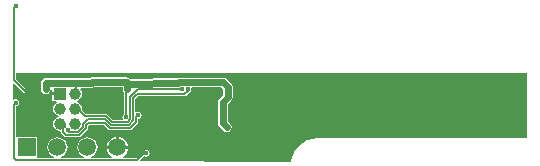
<source format=gbl>
%FSLAX44Y44*%
%MOMM*%
G71*
G01*
G75*
G04 Layer_Physical_Order=2*
G04 Layer_Color=16711680*
%ADD10R,0.6000X0.6000*%
%ADD11R,0.6000X0.6000*%
%ADD12R,3.4800X0.2000*%
%ADD13R,0.4600X0.4600*%
%ADD14R,0.7500X0.6500*%
%ADD15R,0.2500X0.4000*%
%ADD16R,2.2000X1.0500*%
%ADD17R,1.0500X1.0000*%
%ADD18R,0.3500X0.6000*%
%ADD19R,1.6000X1.0000*%
%ADD20R,1.0000X1.0000*%
%ADD21O,0.7500X0.2800*%
%ADD22O,0.2800X0.7500*%
%ADD23R,4.2000X4.2000*%
%ADD24C,0.1500*%
%ADD25C,0.4000*%
%ADD26C,0.6000*%
%ADD27C,0.2200*%
%ADD28C,0.2500*%
%ADD29C,0.3000*%
%ADD30C,0.2000*%
%ADD31R,4.1148X1.3716*%
%ADD32R,1.0000X1.0000*%
%ADD33C,1.0000*%
%ADD34C,1.5000*%
%ADD35R,1.5000X1.5000*%
%ADD36C,0.4000*%
G36*
X2831346Y2577862D02*
X2832232Y2577686D01*
X2937935D01*
Y2522314D01*
X2760000D01*
Y2522378D01*
X2755634Y2521948D01*
X2751436Y2520674D01*
X2747568Y2518606D01*
X2744177Y2515824D01*
X2741394Y2512432D01*
X2739326Y2508564D01*
X2738052Y2504366D01*
X2737850Y2502314D01*
X2719005D01*
X2610389Y2502810D01*
X2610009Y2503735D01*
X2613569Y2507296D01*
X2613892Y2507080D01*
X2615062Y2506847D01*
X2616233Y2507080D01*
X2617225Y2507743D01*
X2617888Y2508736D01*
X2618121Y2509906D01*
X2617888Y2511077D01*
X2617225Y2512069D01*
X2616233Y2512732D01*
X2615062Y2512965D01*
X2613892Y2512732D01*
X2612899Y2512069D01*
X2612236Y2511077D01*
X2612220Y2510993D01*
X2607037Y2505810D01*
X2595298D01*
X2595103Y2506791D01*
X2595339Y2506889D01*
X2597219Y2508331D01*
X2598661Y2510211D01*
X2599568Y2512401D01*
X2599680Y2513250D01*
X2581920D01*
X2582032Y2512401D01*
X2582939Y2510211D01*
X2584381Y2508331D01*
X2586261Y2506889D01*
X2586497Y2506791D01*
X2586302Y2505810D01*
X2568592D01*
X2568397Y2506791D01*
X2569687Y2507325D01*
X2571462Y2508688D01*
X2572825Y2510463D01*
X2573681Y2512531D01*
X2573973Y2514750D01*
X2573681Y2516969D01*
X2572825Y2519037D01*
X2571462Y2520812D01*
X2569687Y2522175D01*
X2567619Y2523031D01*
X2565400Y2523323D01*
X2563181Y2523031D01*
X2561113Y2522175D01*
X2559338Y2520812D01*
X2557975Y2519037D01*
X2557119Y2516969D01*
X2556827Y2514750D01*
X2557119Y2512531D01*
X2557975Y2510463D01*
X2559338Y2508688D01*
X2561113Y2507325D01*
X2562404Y2506791D01*
X2562208Y2505810D01*
X2543192D01*
X2542997Y2506791D01*
X2544287Y2507325D01*
X2546062Y2508688D01*
X2547425Y2510463D01*
X2548281Y2512531D01*
X2548573Y2514750D01*
X2548281Y2516969D01*
X2547425Y2519037D01*
X2546062Y2520812D01*
X2544287Y2522175D01*
X2542219Y2523031D01*
X2540000Y2523323D01*
X2537781Y2523031D01*
X2535713Y2522175D01*
X2533938Y2520812D01*
X2532575Y2519037D01*
X2531719Y2516969D01*
X2531427Y2514750D01*
X2531719Y2512531D01*
X2532575Y2510463D01*
X2533938Y2508688D01*
X2535713Y2507325D01*
X2537003Y2506791D01*
X2536808Y2505810D01*
X2523100D01*
Y2505810D01*
Y2506250D01*
X2523100Y2506517D01*
X2523100Y2506517D01*
X2523100D01*
Y2523250D01*
X2506100D01*
Y2523250D01*
X2505991D01*
X2505284Y2523957D01*
Y2549600D01*
X2505671Y2549677D01*
X2506663Y2550340D01*
X2507326Y2551332D01*
X2507559Y2552503D01*
X2507326Y2553673D01*
X2506663Y2554666D01*
X2505671Y2555329D01*
X2504500Y2555561D01*
X2503330Y2555329D01*
X2503196Y2555239D01*
X2502314Y2555711D01*
Y2568495D01*
X2503238Y2568878D01*
X2510808Y2561308D01*
X2511470Y2560866D01*
X2512250Y2560711D01*
X2513030Y2560866D01*
X2513692Y2561308D01*
X2514134Y2561970D01*
X2514289Y2562750D01*
X2514134Y2563530D01*
X2513692Y2564192D01*
X2505309Y2572575D01*
Y2578000D01*
X2831139D01*
X2831346Y2577862D01*
D02*
G37*
%LPC*%
G36*
X2592300Y2523630D02*
Y2516250D01*
X2599680D01*
X2599568Y2517099D01*
X2598661Y2519289D01*
X2597219Y2521169D01*
X2595339Y2522612D01*
X2593149Y2523518D01*
X2592300Y2523630D01*
D02*
G37*
G36*
X2589300D02*
X2588451Y2523518D01*
X2586261Y2522612D01*
X2584381Y2521169D01*
X2582939Y2519289D01*
X2582032Y2517099D01*
X2581920Y2516250D01*
X2589300D01*
Y2523630D01*
D02*
G37*
G36*
X2598806Y2573929D02*
X2598806Y2573929D01*
X2569250D01*
X2567689Y2573618D01*
X2567630Y2573578D01*
X2530250D01*
X2528689Y2573268D01*
X2527366Y2572384D01*
X2526482Y2571061D01*
X2526172Y2569500D01*
X2526321Y2568750D01*
X2526172Y2568000D01*
Y2564000D01*
X2526482Y2562439D01*
X2527366Y2561116D01*
X2528689Y2560232D01*
X2530250Y2559922D01*
X2531811Y2560232D01*
X2533134Y2561116D01*
X2534018Y2562439D01*
X2534328Y2564000D01*
Y2565421D01*
X2535750D01*
Y2561750D01*
X2542250D01*
Y2558750D01*
X2535750D01*
Y2553750D01*
X2539007D01*
X2539297Y2552793D01*
X2537924Y2551876D01*
X2536598Y2549891D01*
X2536133Y2547550D01*
X2536598Y2545209D01*
X2537924Y2543224D01*
X2539909Y2541898D01*
X2540905Y2541700D01*
Y2540700D01*
X2539909Y2540502D01*
X2537924Y2539176D01*
X2536598Y2537191D01*
X2536133Y2534850D01*
X2536598Y2532509D01*
X2537924Y2530524D01*
X2539909Y2529198D01*
X2542250Y2528732D01*
X2542998Y2528118D01*
X2542998Y2528118D01*
X2542998Y2527645D01*
X2542998Y2527645D01*
X2542998D01*
X2543134Y2526962D01*
X2543521Y2526383D01*
X2545718Y2524187D01*
D01*
X2545718D01*
Y2524186D01*
D01*
X2545718D01*
Y2524186D01*
X2545718D01*
X2545718Y2524186D01*
Y2524186D01*
X2545718Y2524186D01*
Y2524186D01*
X2546297Y2523800D01*
X2546979Y2523664D01*
X2558630D01*
X2559312Y2523800D01*
X2559891Y2524186D01*
X2565462Y2529757D01*
X2565848Y2530336D01*
X2565984Y2531019D01*
Y2532758D01*
X2566782Y2533555D01*
X2579600D01*
X2583035Y2530120D01*
X2583614Y2529733D01*
X2584297Y2529598D01*
X2601668D01*
X2602351Y2529733D01*
X2602930Y2530120D01*
X2608056Y2535246D01*
X2608442Y2535825D01*
X2608578Y2536508D01*
Y2538757D01*
X2609426Y2538926D01*
X2610418Y2539589D01*
X2611081Y2540582D01*
X2611314Y2541752D01*
X2611081Y2542923D01*
X2610418Y2543915D01*
X2609426Y2544578D01*
X2608255Y2544811D01*
X2607085Y2544578D01*
X2606960Y2544495D01*
X2606078Y2544966D01*
Y2555805D01*
X2608239Y2557966D01*
X2647500D01*
X2648183Y2558102D01*
X2648762Y2558488D01*
X2651144Y2560871D01*
X2651428Y2560927D01*
X2652420Y2561590D01*
X2653083Y2562583D01*
X2653316Y2563753D01*
X2653087Y2564902D01*
X2653722Y2565675D01*
X2678793D01*
X2680184Y2564284D01*
Y2558951D01*
X2677116Y2555884D01*
X2676232Y2554561D01*
X2676181Y2554302D01*
X2675922Y2553000D01*
X2675922Y2553000D01*
Y2535250D01*
X2675922Y2535250D01*
X2676181Y2533948D01*
X2676232Y2533689D01*
X2677116Y2532366D01*
X2680616Y2528866D01*
X2681939Y2527982D01*
X2683500Y2527672D01*
X2685061Y2527982D01*
X2686384Y2528866D01*
X2687268Y2530189D01*
X2687578Y2531750D01*
X2687268Y2533311D01*
X2686384Y2534634D01*
X2684078Y2536939D01*
Y2551311D01*
X2687146Y2554378D01*
X2687146Y2554378D01*
X2688030Y2555701D01*
X2688340Y2557262D01*
Y2565973D01*
X2688340Y2565973D01*
X2688082Y2567275D01*
X2688030Y2567534D01*
X2687146Y2568857D01*
X2683366Y2572637D01*
X2682043Y2573521D01*
X2681784Y2573572D01*
X2680482Y2573831D01*
X2680482Y2573831D01*
X2642768D01*
X2641207Y2573521D01*
X2640532Y2573070D01*
X2601524Y2572845D01*
X2600367Y2573618D01*
X2600108Y2573669D01*
X2598806Y2573929D01*
D02*
G37*
%LPD*%
G36*
X2595172Y2563750D02*
X2595482Y2562189D01*
X2596260Y2561025D01*
Y2542548D01*
X2595881Y2542295D01*
X2595218Y2541302D01*
X2594985Y2540132D01*
X2595218Y2538961D01*
X2594793Y2538166D01*
X2587107D01*
X2582762Y2542512D01*
X2582183Y2542899D01*
X2581500Y2543034D01*
X2564137D01*
X2560828Y2546344D01*
X2561068Y2547550D01*
X2560602Y2549891D01*
X2559276Y2551876D01*
X2557291Y2553202D01*
X2556295Y2553400D01*
Y2554400D01*
X2557291Y2554598D01*
X2559276Y2555924D01*
X2560602Y2557909D01*
X2561068Y2560250D01*
X2560602Y2562591D01*
X2559300Y2564540D01*
X2559771Y2565421D01*
X2569000D01*
X2569000Y2565421D01*
X2570302Y2565681D01*
X2570561Y2565732D01*
X2570620Y2565772D01*
X2595172D01*
Y2563750D01*
D02*
G37*
D24*
X2555372Y2536576D02*
Y2537397D01*
X2598044Y2563834D02*
X2598472Y2564262D01*
X2555372Y2561976D02*
Y2569500D01*
X2503500Y2551502D02*
X2504500Y2552503D01*
X2542250Y2534850D02*
X2545404D01*
X2597790Y2541148D02*
X2598044Y2541402D01*
Y2563834D01*
X2601250Y2557036D02*
X2607957Y2563743D01*
X2584297Y2531382D02*
X2601668D01*
X2585333Y2533882D02*
X2600633D01*
X2586368Y2536382D02*
X2599597D01*
X2601668Y2531382D02*
X2606794Y2536508D01*
X2600633Y2533882D02*
X2604294Y2537543D01*
X2599597Y2536382D02*
X2601794Y2538579D01*
X2606794Y2536508D02*
Y2540291D01*
X2608255Y2541752D01*
X2604294Y2537543D02*
Y2556544D01*
X2601794Y2538579D02*
Y2541685D01*
X2601250Y2542229D02*
X2601794Y2541685D01*
X2601250Y2542229D02*
Y2557036D01*
X2545404Y2534850D02*
X2546033Y2534221D01*
X2564200Y2531019D02*
Y2533497D01*
X2546033Y2532001D02*
Y2534221D01*
X2544783Y2527645D02*
Y2530751D01*
X2557746Y2528100D02*
X2561700Y2532054D01*
Y2534532D01*
X2549631Y2528100D02*
X2557746D01*
X2581500Y2541250D02*
X2586368Y2536382D01*
X2580464Y2538750D02*
X2585333Y2533882D01*
X2561700Y2534532D02*
X2565918Y2538750D01*
X2563398Y2541250D02*
X2581500D01*
X2565918Y2538750D02*
X2580464D01*
X2564200Y2533497D02*
X2566043Y2535340D01*
X2580339D01*
X2584297Y2531382D01*
X2558630Y2525448D02*
X2564200Y2531019D01*
X2544783Y2527645D02*
X2546979Y2525448D01*
X2548533Y2529198D02*
X2549631Y2528100D01*
X2546979Y2525448D02*
X2558630D01*
X2607776Y2504026D02*
X2614250Y2510500D01*
X2503500Y2505750D02*
Y2551502D01*
Y2505750D02*
X2505224Y2504026D01*
X2607776D01*
X2645257Y2563743D02*
Y2563753D01*
X2647500Y2559750D02*
X2650257Y2562507D01*
X2604294Y2556544D02*
X2607500Y2559750D01*
X2647500D01*
X2650257Y2562507D02*
Y2563753D01*
X2544783Y2530751D02*
X2546033Y2532001D01*
X2555372Y2549276D02*
X2563398Y2541250D01*
X2607957Y2563743D02*
X2645257D01*
D26*
X2680000Y2553000D02*
X2684262Y2557262D01*
X2598812Y2568750D02*
X2642015Y2569000D01*
X2569250Y2569850D02*
X2598806D01*
X2530250Y2569500D02*
X2555372D01*
X2680000Y2535250D02*
X2683500Y2531750D01*
X2680000Y2535250D02*
Y2553000D01*
X2598806Y2569850D02*
X2598906Y2569750D01*
X2530250Y2564000D02*
Y2568000D01*
X2569000Y2569500D02*
X2569250Y2569750D01*
X2555372Y2569500D02*
X2569000D01*
X2684262Y2557262D02*
Y2565973D01*
X2599250Y2563750D02*
Y2568750D01*
X2598812D02*
X2599250D01*
X2598812D02*
X2598812D01*
X2680482Y2569753D02*
X2684262Y2565973D01*
X2642768Y2569753D02*
X2680482D01*
D30*
X2503270Y2571730D02*
X2512250Y2562750D01*
X2503270Y2571730D02*
Y2632520D01*
X2505000Y2634250D01*
D32*
X2542250Y2560250D02*
D03*
D33*
X2554950D02*
D03*
X2542250Y2547550D02*
D03*
X2554950D02*
D03*
X2542250Y2534850D02*
D03*
X2554950D02*
D03*
D34*
X2590800Y2514750D02*
D03*
X2565400D02*
D03*
X2540000D02*
D03*
D35*
X2514600D02*
D03*
D36*
X2679500Y2506250D02*
D03*
X2573660Y2551562D02*
D03*
X2695000Y2574250D02*
D03*
X2809750Y2574000D02*
D03*
X2824250D02*
D03*
X2839500D02*
D03*
X2855750D02*
D03*
X2872750D02*
D03*
X2889000D02*
D03*
X2905750D02*
D03*
X2925250D02*
D03*
X2737499Y2534999D02*
D03*
X2782499Y2564999D02*
D03*
X2797499Y2534999D02*
D03*
X2789999Y2549999D02*
D03*
X2797499Y2564999D02*
D03*
X2812499Y2534999D02*
D03*
X2804999Y2549999D02*
D03*
X2812499Y2564999D02*
D03*
X2827499Y2534999D02*
D03*
X2819999Y2549999D02*
D03*
X2827499Y2564999D02*
D03*
X2842499Y2534999D02*
D03*
X2834999Y2549999D02*
D03*
X2842499Y2564999D02*
D03*
X2857499Y2534999D02*
D03*
X2849999Y2549999D02*
D03*
X2857499Y2564999D02*
D03*
X2872499Y2534999D02*
D03*
X2864999Y2549999D02*
D03*
X2872499Y2564999D02*
D03*
X2887499Y2534999D02*
D03*
X2879999Y2549999D02*
D03*
X2887499Y2564999D02*
D03*
X2902499Y2534999D02*
D03*
X2894999Y2549999D02*
D03*
X2902499Y2564999D02*
D03*
X2917499Y2534999D02*
D03*
X2909999Y2549999D02*
D03*
X2917499Y2564999D02*
D03*
X2932499Y2534999D02*
D03*
X2924999Y2549999D02*
D03*
X2932499Y2564999D02*
D03*
X2683500Y2531750D02*
D03*
X2704216Y2564516D02*
D03*
X2704470Y2557912D02*
D03*
X2782702Y2535052D02*
D03*
X2767716D02*
D03*
X2775336Y2550292D02*
D03*
X2764922Y2565024D02*
D03*
X2758064Y2550546D02*
D03*
X2752476Y2534036D02*
D03*
X2751206Y2564262D02*
D03*
X2758572Y2571628D02*
D03*
X2774320Y2574422D02*
D03*
X2789814Y2574168D02*
D03*
X2727330Y2573152D02*
D03*
X2737744Y2572898D02*
D03*
X2749428Y2572644D02*
D03*
X2681759Y2553503D02*
D03*
X2669750Y2576000D02*
D03*
X2553750D02*
D03*
X2575750D02*
D03*
X2563750D02*
D03*
X2543250D02*
D03*
X2580754Y2563503D02*
D03*
X2685000Y2576000D02*
D03*
X2735750Y2506500D02*
D03*
X2718000Y2537000D02*
D03*
X2708500Y2528750D02*
D03*
X2708010Y2551252D02*
D03*
X2516250Y2545750D02*
D03*
X2530250Y2564000D02*
D03*
Y2568000D02*
D03*
X2524250Y2545750D02*
D03*
X2514500Y2562750D02*
D03*
X2505000Y2634250D02*
D03*
X2504500Y2552503D02*
D03*
X2615062Y2509906D02*
D03*
X2598044Y2540132D02*
D03*
X2608255Y2541752D02*
D03*
X2569250Y2569750D02*
D03*
X2588500Y2540500D02*
D03*
X2575500Y2526750D02*
D03*
X2531750Y2576000D02*
D03*
X2520000D02*
D03*
X2508000D02*
D03*
X2548533Y2529198D02*
D03*
X2551000Y2521000D02*
D03*
X2533500Y2527500D02*
D03*
X2507250Y2527000D02*
D03*
X2507500Y2539250D02*
D03*
Y2546250D02*
D03*
X2532750Y2551500D02*
D03*
X2526000Y2508500D02*
D03*
X2576750Y2508000D02*
D03*
X2602500Y2508250D02*
D03*
X2657750Y2576000D02*
D03*
X2627750Y2576250D02*
D03*
X2588750Y2576000D02*
D03*
X2598806Y2569850D02*
D03*
X2600750Y2576000D02*
D03*
X2611500D02*
D03*
X2637750D02*
D03*
X2610500Y2512500D02*
D03*
X2670500Y2506250D02*
D03*
X2692250D02*
D03*
X2627750Y2554750D02*
D03*
X2637750D02*
D03*
X2647750D02*
D03*
X2657750D02*
D03*
X2627750Y2544750D02*
D03*
X2637750D02*
D03*
X2647750D02*
D03*
X2657750D02*
D03*
X2627750Y2534750D02*
D03*
X2637750D02*
D03*
X2647750D02*
D03*
X2657750D02*
D03*
X2627750Y2524750D02*
D03*
X2637750D02*
D03*
X2647750D02*
D03*
X2657750D02*
D03*
X2650257Y2563753D02*
D03*
X2647750Y2576000D02*
D03*
X2645257Y2563753D02*
D03*
M02*

</source>
